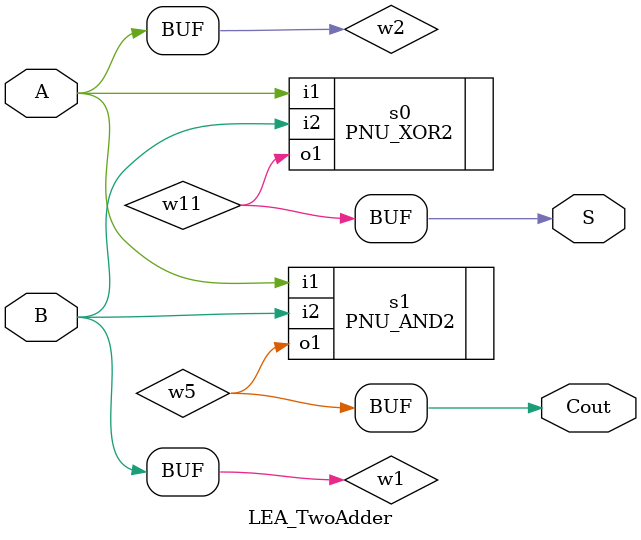
<source format=v>
module LEA_TwoAdder(A,B,Cout,S);

input A;
input B;
output Cout;
output S;

wire  w2;
wire  w1;
wire  w5;
wire  w11;

assign w2 = A;
assign w1 = B;
assign Cout = w5;
assign S = w11;

PNU_XOR2
     s0 (
      .i1(w2),
      .i2(w1),
      .o1(w11));

PNU_AND2
     s1 (
      .i1(w2),
      .i2(w1),
      .o1(w5));

endmodule


</source>
